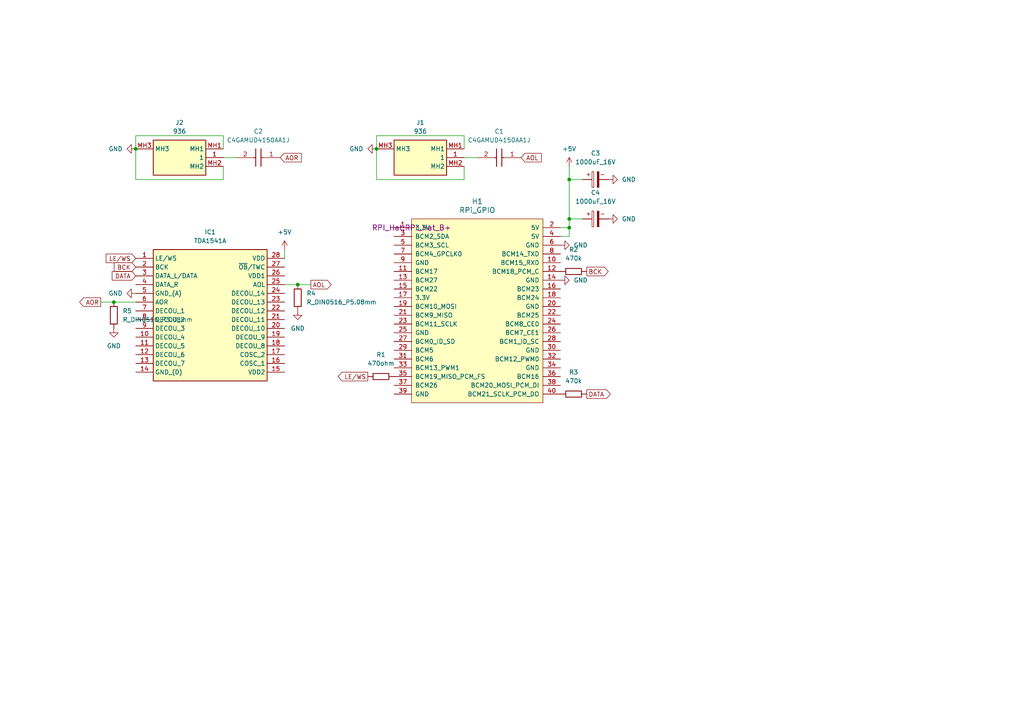
<source format=kicad_sch>
(kicad_sch (version 20231120) (generator "eeschema") (generator_version "8.0")
  (paper "A4")
  (lib_symbols
    (symbol "PCM_Resistor_AKL:R_DIN0516_P5.08mm" (pin_numbers hide) (pin_names (offset 0))
      (property "Reference" "R" (at 2.54 1.27 0))
      (property "Value" "R_DIN0516_P5.08mm" (at 2.54 -1.27 0))
      (symbol "R_DIN0516_P5.08mm_0_1"
        (rectangle (start -1.016 2.54) (end 1.016 -2.54) (stroke (width 0.254)))
      )
      (symbol "R_DIN0516_P5.08mm_0_2"
        (polyline (pts (xy -2.54 -2.54) (xy -1.524 -1.524)))
        (polyline (pts (xy 1.524 1.524) (xy 2.54 2.54)))
        (polyline (pts (xy 1.524 1.524) (xy 0.889 2.159) (xy -2.159 -0.889) (xy -0.889 -2.159) (xy 2.159 0.889) (xy 1.524 1.524)) (stroke (width 0.254)))
      )
      (symbol "R_DIN0516_P5.08mm_1_1"
        (pin passive line (at 0 3.81 270) (length 1.27) (name "~") (number "1"))
        (pin passive line (at 0 -3.81 90) (length 1.27) (name "~") (number "2"))
      )
      (symbol "R_DIN0516_P5.08mm_1_2"
        (pin passive line (at 2.54 2.54 180) (length 0) (name "") (number "1"))
        (pin passive line (at -2.54 -2.54 0) (length 0) (name "") (number "2"))
      )
    )
    (symbol "PCM_SL_Capacitors:1000uF_16V"
      (property "Reference" "C" (at 0 7.62 0))
      (property "Value" "1000uF_16V" (at 0 5.08 0))
      (symbol "1000uF_16V_0_0"
        (text "+" (at -2.032 1.524 0) (effects (font (size 1.27 1.27))))
        (text "-" (at 2.032 1.524 0) (effects (font (size 1.27 1.27))))
      )
      (symbol "1000uF_16V_0_1"
        (rectangle (start -1.016 -2.286) (end -0.508 2.286))
        (rectangle (start 0.508 -2.286) (end 1.016 2.286) (fill (type outline)))
      )
      (symbol "1000uF_16V_1_1"
        (pin passive line (at -3.81 0 0) (length 2.7) (name "~") (number "1"))
        (pin input line (at 3.81 0 180) (length 2.7) (name "~") (number "2"))
      )
    )
    (symbol "PCM_SL_Resistors:470k"
      (property "Reference" "R" (at 0 5.08 0))
      (property "Value" "470k" (at 0 2.54 0))
      (symbol "470k_0_1"
        (rectangle (start -2.286 0.889) (end 2.286 -0.889) (stroke (width 0.24)))
      )
      (symbol "470k_1_1"
        (pin passive line (at -3.81 0 0) (length 1.5) (name "") (number "1"))
        (pin passive line (at 3.81 0 180) (length 1.5) (name "~") (number "2"))
      )
    )
    (symbol "PCM_SL_Resistors:470ohm"
      (property "Reference" "R" (at 0 5.08 0))
      (property "Value" "470ohm" (at 0 2.54 0))
      (symbol "470ohm_0_1"
        (rectangle (start -2.286 0.889) (end 2.286 -0.889) (stroke (width 0.24)))
      )
      (symbol "470ohm_1_1"
        (pin passive line (at -3.81 0 0) (length 1.5) (name "") (number "1"))
        (pin passive line (at 3.81 0 180) (length 1.5) (name "~") (number "2"))
      )
    )
    (symbol "RPi_Hat:RPi_GPIO" (pin_names (offset 1.016))
      (property "Reference" "H" (at 19.05 6.35 0))
      (property "Value" "RPi_GPIO" (at 19.05 3.81 0))
      (property "Footprint" "RPI_Hat:RPI_Hat_B+" (at 0 0 0))
      (symbol "RPi_GPIO_1_1"
        (rectangle (start 0 2.54) (end 38.1 -50.8) (fill (type background)))
        (pin power_in line (at -5.08 0 0) (length 5.08) (name "3.3V") (number "1"))
        (pin bidirectional line (at 43.18 -10.16 180) (length 5.08) (name "BCM15_RXD") (number "10"))
        (pin bidirectional line (at -5.08 -12.7 0) (length 5.08) (name "BCM17") (number "11"))
        (pin bidirectional line (at 43.18 -12.7 180) (length 5.08) (name "BCM18_PCM_C") (number "12"))
        (pin bidirectional line (at -5.08 -15.24 0) (length 5.08) (name "BCM27") (number "13"))
        (pin power_in line (at 43.18 -15.24 180) (length 5.08) (name "GND") (number "14"))
        (pin bidirectional line (at -5.08 -17.78 0) (length 5.08) (name "BCM22") (number "15"))
        (pin bidirectional line (at 43.18 -17.78 180) (length 5.08) (name "BCM23") (number "16"))
        (pin power_in line (at -5.08 -20.32 0) (length 5.08) (name "3.3V") (number "17"))
        (pin bidirectional line (at 43.18 -20.32 180) (length 5.08) (name "BCM24") (number "18"))
        (pin bidirectional line (at -5.08 -22.86 0) (length 5.08) (name "BCM10_MOSI") (number "19"))
        (pin power_in line (at 43.18 0 180) (length 5.08) (name "5V") (number "2"))
        (pin power_in line (at 43.18 -22.86 180) (length 5.08) (name "GND") (number "20"))
        (pin bidirectional line (at -5.08 -25.4 0) (length 5.08) (name "BCM9_MISO") (number "21"))
        (pin bidirectional line (at 43.18 -25.4 180) (length 5.08) (name "BCM25") (number "22"))
        (pin bidirectional line (at -5.08 -27.94 0) (length 5.08) (name "BCM11_SCLK") (number "23"))
        (pin bidirectional line (at 43.18 -27.94 180) (length 5.08) (name "BCM8_CE0") (number "24"))
        (pin power_in line (at -5.08 -30.48 0) (length 5.08) (name "GND") (number "25"))
        (pin bidirectional line (at 43.18 -30.48 180) (length 5.08) (name "BCM7_CE1") (number "26"))
        (pin bidirectional line (at -5.08 -33.02 0) (length 5.08) (name "BCM0_ID_SD") (number "27"))
        (pin bidirectional line (at 43.18 -33.02 180) (length 5.08) (name "BCM1_ID_SC") (number "28"))
        (pin bidirectional line (at -5.08 -35.56 0) (length 5.08) (name "BCM5") (number "29"))
        (pin bidirectional line (at -5.08 -2.54 0) (length 5.08) (name "BCM2_SDA") (number "3"))
        (pin power_in line (at 43.18 -35.56 180) (length 5.08) (name "GND") (number "30"))
        (pin bidirectional line (at -5.08 -38.1 0) (length 5.08) (name "BCM6") (number "31"))
        (pin bidirectional line (at 43.18 -38.1 180) (length 5.08) (name "BCM12_PWM0") (number "32"))
        (pin bidirectional line (at -5.08 -40.64 0) (length 5.08) (name "BCM13_PWM1") (number "33"))
        (pin power_in line (at 43.18 -40.64 180) (length 5.08) (name "GND") (number "34"))
        (pin bidirectional line (at -5.08 -43.18 0) (length 5.08) (name "BCM19_MISO_PCM_FS") (number "35"))
        (pin bidirectional line (at 43.18 -43.18 180) (length 5.08) (name "BCM16") (number "36"))
        (pin bidirectional line (at -5.08 -45.72 0) (length 5.08) (name "BCM26") (number "37"))
        (pin bidirectional line (at 43.18 -45.72 180) (length 5.08) (name "BCM20_MOSI_PCM_DI") (number "38"))
        (pin power_in line (at -5.08 -48.26 0) (length 5.08) (name "GND") (number "39"))
        (pin power_in line (at 43.18 -2.54 180) (length 5.08) (name "5V") (number "4"))
        (pin bidirectional line (at 43.18 -48.26 180) (length 5.08) (name "BCM21_SCLK_PCM_DO") (number "40"))
        (pin bidirectional line (at -5.08 -5.08 0) (length 5.08) (name "BCM3_SCL") (number "5"))
        (pin power_in line (at 43.18 -5.08 180) (length 5.08) (name "GND") (number "6"))
        (pin bidirectional line (at -5.08 -7.62 0) (length 5.08) (name "BCM4_GPCLK0") (number "7"))
        (pin bidirectional line (at 43.18 -7.62 180) (length 5.08) (name "BCM14_TXD") (number "8"))
        (pin power_in line (at -5.08 -10.16 0) (length 5.08) (name "GND") (number "9"))
      )
    )
    (symbol "SamacSys_Parts:936"
      (property "Reference" "J" (at 21.59 7.62 0))
      (property "Value" "936" (at 21.59 5.08 0))
      (symbol "936_1_1"
        (rectangle (start 5.08 2.54) (end 20.32 -7.62) (stroke (width 0.254)) (fill (type background)))
        (pin passive line (at 25.4 -2.54 180) (length 5.08) (name "1") (number "1"))
        (pin passive line (at 25.4 0 180) (length 5.08) (name "MH1") (number "MH1"))
        (pin passive line (at 25.4 -5.08 180) (length 5.08) (name "MH2") (number "MH2"))
        (pin passive line (at 0 0 0) (length 5.08) (name "MH3") (number "MH3"))
      )
    )
    (symbol "SamacSys_Parts:C4GAMUD4150AA1J" (pin_names hide)
      (property "Reference" "C" (at 8.89 6.35 0))
      (property "Value" "C4GAMUD4150AA1J" (at 8.89 3.81 0))
      (symbol "C4GAMUD4150AA1J_1_1"
        (polyline (pts (xy 5.08 0) (xy 5.588 0)) (stroke (width 0.254)))
        (polyline (pts (xy 5.588 2.54) (xy 5.588 -2.54)) (stroke (width 0.254)))
        (polyline (pts (xy 7.112 0) (xy 7.62 0)) (stroke (width 0.254)))
        (polyline (pts (xy 7.112 2.54) (xy 7.112 -2.54)) (stroke (width 0.254)))
        (pin passive line (at 0 0 0) (length 5.08) (name "+") (number "1"))
        (pin passive line (at 12.7 0 180) (length 5.08) (name "-") (number "2"))
      )
    )
    (symbol "SamacSys_Parts:TDA1541A"
      (property "Reference" "IC" (at 39.37 7.62 0))
      (property "Value" "TDA1541A" (at 39.37 5.08 0))
      (symbol "TDA1541A_1_1"
        (rectangle (start 5.08 2.54) (end 38.1 -35.56) (stroke (width 0.254)) (fill (type background)))
        (pin passive line (at 0 0 0) (length 5.08) (name "LE/WS") (number "1"))
        (pin passive line (at 0 -22.86 0) (length 5.08) (name "DECOU_4") (number "10"))
        (pin passive line (at 0 -25.4 0) (length 5.08) (name "DECOU_5") (number "11"))
        (pin passive line (at 0 -27.94 0) (length 5.08) (name "DECOU_6") (number "12"))
        (pin passive line (at 0 -30.48 0) (length 5.08) (name "DECOU_7") (number "13"))
        (pin passive line (at 0 -33.02 0) (length 5.08) (name "GND_(D)") (number "14"))
        (pin passive line (at 43.18 -33.02 180) (length 5.08) (name "VDD2") (number "15"))
        (pin passive line (at 43.18 -30.48 180) (length 5.08) (name "COSC_1") (number "16"))
        (pin passive line (at 43.18 -27.94 180) (length 5.08) (name "COSC_2") (number "17"))
        (pin passive line (at 43.18 -25.4 180) (length 5.08) (name "DECOU_8") (number "18"))
        (pin passive line (at 43.18 -22.86 180) (length 5.08) (name "DECOU_9") (number "19"))
        (pin passive line (at 0 -2.54 0) (length 5.08) (name "BCK") (number "2"))
        (pin passive line (at 43.18 -20.32 180) (length 5.08) (name "DECOU_10") (number "20"))
        (pin passive line (at 43.18 -17.78 180) (length 5.08) (name "DECOU_11") (number "21"))
        (pin passive line (at 43.18 -15.24 180) (length 5.08) (name "DECOU_12") (number "22"))
        (pin passive line (at 43.18 -12.7 180) (length 5.08) (name "DECOU_13") (number "23"))
        (pin passive line (at 43.18 -10.16 180) (length 5.08) (name "DECOU_14") (number "24"))
        (pin passive line (at 43.18 -7.62 180) (length 5.08) (name "AOL") (number "25"))
        (pin passive line (at 43.18 -5.08 180) (length 5.08) (name "VDD1") (number "26"))
        (pin passive line (at 43.18 -2.54 180) (length 5.08) (name "~{OB}/TWC") (number "27"))
        (pin passive line (at 43.18 0 180) (length 5.08) (name "VDD") (number "28"))
        (pin passive line (at 0 -5.08 0) (length 5.08) (name "DATA_L/DATA") (number "3"))
        (pin passive line (at 0 -7.62 0) (length 5.08) (name "DATA_R") (number "4"))
        (pin passive line (at 0 -10.16 0) (length 5.08) (name "GND_(A)") (number "5"))
        (pin passive line (at 0 -12.7 0) (length 5.08) (name "AOR") (number "6"))
        (pin passive line (at 0 -15.24 0) (length 5.08) (name "DECOU_1") (number "7"))
        (pin passive line (at 0 -17.78 0) (length 5.08) (name "DECOU_2") (number "8"))
        (pin passive line (at 0 -20.32 0) (length 5.08) (name "DECOU_3") (number "9"))
      )
    )
    (symbol "power:+5V" (power) (pin_numbers hide) (pin_names (offset 0) hide)
      (property "Value" "+5V" (at 0 3.556 0))
      (symbol "+5V_0_1"
        (polyline (pts (xy -0.762 1.27) (xy 0 2.54)))
        (polyline (pts (xy 0 0) (xy 0 2.54)))
        (polyline (pts (xy 0 2.54) (xy 0.762 1.27)))
      )
      (symbol "+5V_1_1"
        (pin power_in line (at 0 0 90) (length 0) (name "~") (number "1"))
      )
    )
    (symbol "power:GND" (power) (pin_numbers hide) (pin_names (offset 0) hide)
      (property "Value" "GND" (at 0 -3.81 0))
      (symbol "GND_0_1"
        (polyline (pts (xy 0 0) (xy 0 -1.27) (xy 1.27 -1.27) (xy 0 -2.54) (xy -1.27 -1.27) (xy 0 -1.27)))
      )
      (symbol "GND_1_1"
        (pin power_in line (at 0 0 270) (length 0) (name "~") (number "1"))
      )
    )
  )
  (junction (at 165.1 63.5))
  (junction (at 165.1 66.04))
  (junction (at 86.36 82.55))
  (junction (at 109.22 43.18))
  (junction (at 165.1 52.07))
  (junction (at 33.02 87.63))
  (junction (at 39.37 43.18))
  (wire (pts (xy 134.62 48.26) (xy 134.62 52.07)))
  (wire (pts (xy 33.02 87.63) (xy 39.37 87.63)))
  (wire (pts (xy 39.37 43.18) (xy 39.37 52.07)))
  (wire (pts (xy 165.1 48.26) (xy 165.1 52.07)))
  (wire (pts (xy 29.21 87.63) (xy 33.02 87.63)))
  (wire (pts (xy 165.1 68.58) (xy 165.1 66.04)))
  (wire (pts (xy 64.77 48.26) (xy 64.77 52.07)))
  (wire (pts (xy 168.91 52.07) (xy 165.1 52.07)))
  (wire (pts (xy 109.22 43.18) (xy 109.22 39.37)))
  (wire (pts (xy 165.1 52.07) (xy 165.1 63.5)))
  (wire (pts (xy 39.37 39.37) (xy 39.37 43.18)))
  (wire (pts (xy 162.56 68.58) (xy 165.1 68.58)))
  (wire (pts (xy 109.22 43.18) (xy 109.22 52.07)))
  (wire (pts (xy 165.1 63.5) (xy 165.1 66.04)))
  (wire (pts (xy 134.62 39.37) (xy 134.62 43.18)))
  (wire (pts (xy 68.58 45.72) (xy 64.77 45.72)))
  (wire (pts (xy 90.17 82.55) (xy 86.36 82.55)))
  (wire (pts (xy 64.77 43.18) (xy 64.77 39.37)))
  (wire (pts (xy 168.91 63.5) (xy 165.1 63.5)))
  (wire (pts (xy 162.56 66.04) (xy 165.1 66.04)))
  (wire (pts (xy 82.55 72.39) (xy 82.55 74.93)))
  (wire (pts (xy 86.36 82.55) (xy 82.55 82.55)))
  (wire (pts (xy 109.22 39.37) (xy 134.62 39.37)))
  (wire (pts (xy 39.37 52.07) (xy 64.77 52.07)))
  (wire (pts (xy 134.62 45.72) (xy 138.43 45.72)))
  (wire (pts (xy 64.77 39.37) (xy 39.37 39.37)))
  (wire (pts (xy 134.62 52.07) (xy 109.22 52.07)))
  (global_label "AOR" (shape output) (at 29.21 87.63 180) (property "Intersheetrefs" "${INTERSHEET_REFS}" (effects (hide yes))))
  (global_label "LE{slash}WS" (shape output) (at 106.68 109.22 180) (property "Intersheetrefs" "${INTERSHEET_REFS}" (effects (hide yes))))
  (global_label "AOL" (shape output) (at 90.17 82.55 0) (property "Intersheetrefs" "${INTERSHEET_REFS}" (effects (hide yes))))
  (global_label "AOL" (shape input) (at 151.13 45.72 0) (property "Intersheetrefs" "${INTERSHEET_REFS}" (effects (hide yes))))
  (global_label "DATA" (shape output) (at 170.18 114.3 0) (property "Intersheetrefs" "${INTERSHEET_REFS}" (effects (hide yes))))
  (global_label "BCK" (shape output) (at 170.18 78.74 0) (property "Intersheetrefs" "${INTERSHEET_REFS}" (effects (hide yes))))
  (global_label "BCK" (shape input) (at 39.37 77.47 180) (property "Intersheetrefs" "${INTERSHEET_REFS}" (effects (hide yes))))
  (global_label "LE{slash}WS" (shape input) (at 39.37 74.93 180) (property "Intersheetrefs" "${INTERSHEET_REFS}" (effects (hide yes))))
  (global_label "DATA" (shape input) (at 39.37 80.01 180) (property "Intersheetrefs" "${INTERSHEET_REFS}" (effects (hide yes))))
  (global_label "AOR" (shape input) (at 81.28 45.72 0) (property "Intersheetrefs" "${INTERSHEET_REFS}" (effects (hide yes))))
  (symbol (lib_id "PCM_SL_Resistors:470ohm") (at 110.49 109.22 0) (unit 1)
    (property "Reference" "R1" (at 110.49 102.87 0))
    (property "Value" "470ohm" (at 110.49 105.41 0))
    (property "Footprint" "Resistor_THT:R_Axial_DIN0207_L6.3mm_D2.5mm_P10.16mm_Horizontal" (effects (hide yes)))
    (property "Description" "470Ω, 1/4W Resistor" (effects (hide yes)))
  )
  (symbol (lib_id "power:GND") (at 86.36 90.17 0) (unit 1)
    (property "Reference" "#PWR07" (effects (hide yes)))
    (property "Value" "GND" (at 86.36 95.25 0))
    (property "Description" "Power symbol creates a global label with name \"GND\" , ground" (effects (hide yes)))
  )
  (symbol (lib_id "PCM_SL_Resistors:470k") (at 166.37 78.74 180) (unit 1)
    (property "Reference" "R2" (at 166.37 72.39 0))
    (property "Value" "470k" (at 166.37 74.93 0))
    (property "Footprint" "Resistor_THT:R_Axial_DIN0207_L6.3mm_D2.5mm_P10.16mm_Horizontal" (effects (hide yes)))
    (property "Description" "470kΩ, 1/4W Resistor" (effects (hide yes)))
  )
  (symbol (lib_id "PCM_SL_Capacitors:1000uF_16V") (at 172.72 63.5 0) (unit 1)
    (property "Reference" "C4" (at 172.72 55.88 0))
    (property "Value" "1000uF_16V" (at 172.72 58.42 0))
    (property "Footprint" "Capacitor_THT:CP_Radial_D10.0mm_P5.00mm" (effects (hide yes)))
    (property "Description" "1000uF, 16V Electrolytic Capacitor" (effects (hide yes)))
  )
  (symbol (lib_id "PCM_Resistor_AKL:R_DIN0516_P5.08mm") (at 86.36 86.36 0) (unit 1)
    (property "Reference" "R4" (at 88.9 85.0899 0) (effects (justify left)))
    (property "Value" "R_DIN0516_P5.08mm" (at 88.9 87.6299 0) (effects (justify left)))
    (property "Footprint" "PCM_Resistor_THT_AKL:R_Axial_DIN0516_L15.5mm_D5.0mm_P5.08mm_Vertical" (effects (hide yes)))
    (property "Description" "THT 0516 Resistor, 5.08mm Pin Pitch, European Symbol, Alternate KiCad Library" (effects (hide yes)))
  )
  (symbol (lib_id "PCM_SL_Capacitors:1000uF_16V") (at 172.72 52.07 0) (unit 1)
    (property "Reference" "C3" (at 172.72 44.45 0))
    (property "Value" "1000uF_16V" (at 172.72 46.99 0))
    (property "Footprint" "Capacitor_THT:CP_Radial_D10.0mm_P5.00mm" (effects (hide yes)))
    (property "Description" "1000uF, 16V Electrolytic Capacitor" (effects (hide yes)))
  )
  (symbol (lib_id "SamacSys_Parts:TDA1541A") (at 39.37 74.93 0) (unit 1)
    (property "Reference" "IC1" (at 60.96 67.31 0))
    (property "Value" "TDA1541A" (at 60.96 69.85 0))
    (property "Footprint" "DIP1652W53P254L3550H510Q28N" (effects (hide yes)))
    (property "Datasheet" "http://lampizator.eu/LAMPIZATOR/LINKS%20AND%20DOWNLOADS/DATAMINING/tda%201541A.pdf" (effects (hide yes)))
    (property "Description" "Stereo high performance 16-bit DAC" (effects (hide yes)))
    (property "Height" "5.1" (effects (hide yes)))
    (property "Manufacturer_Name" "NXP" (effects (hide yes)))
    (property "Manufacturer_Part_Number" "TDA1541A" (effects (hide yes)))
  )
  (symbol (lib_id "power:GND") (at 176.53 52.07 90) (unit 1)
    (property "Reference" "#PWR011" (effects (hide yes)))
    (property "Value" "GND" (at 180.34 52.0699 90) (effects (justify right)))
    (property "Description" "Power symbol creates a global label with name \"GND\" , ground" (effects (hide yes)))
  )
  (symbol (lib_id "power:GND") (at 39.37 85.09 270) (unit 1)
    (property "Reference" "#PWR09" (effects (hide yes)))
    (property "Value" "GND" (at 35.56 85.0899 90) (effects (justify right)))
    (property "Description" "Power symbol creates a global label with name \"GND\" , ground" (effects (hide yes)))
  )
  (symbol (lib_id "SamacSys_Parts:936") (at 109.22 43.18 0) (unit 1)
    (property "Reference" "J1" (at 121.92 35.56 0))
    (property "Value" "936" (at 121.92 38.1 0))
    (property "Footprint" "936" (effects (hide yes)))
    (property "Datasheet" "https://www.keyelco.com/product-pdf.cfm?p=3142" (effects (hide yes)))
    (property "Description" "RCA Phono Connectors WH Snapfit 90deg PC Gold Plate .571x.465" (effects (hide yes)))
    (property "Height" "12.06" (effects (hide yes)))
    (property "Manufacturer_Name" "Keystone Electronics" (effects (hide yes)))
    (property "Manufacturer_Part_Number" "936" (effects (hide yes)))
    (property "Allied_Number" "70833968" (effects (hide yes)))
  )
  (symbol (lib_id "SamacSys_Parts:936") (at 39.37 43.18 0) (unit 1)
    (property "Reference" "J2" (at 52.07 35.56 0))
    (property "Value" "936" (at 52.07 38.1 0))
    (property "Footprint" "936" (effects (hide yes)))
    (property "Datasheet" "https://www.keyelco.com/product-pdf.cfm?p=3142" (effects (hide yes)))
    (property "Description" "RCA Phono Connectors WH Snapfit 90deg PC Gold Plate .571x.465" (effects (hide yes)))
    (property "Height" "12.06" (effects (hide yes)))
    (property "Manufacturer_Name" "Keystone Electronics" (effects (hide yes)))
    (property "Manufacturer_Part_Number" "936" (effects (hide yes)))
    (property "Allied_Number" "70833968" (effects (hide yes)))
  )
  (symbol (lib_id "power:GND") (at 162.56 81.28 90) (unit 1)
    (property "Reference" "#PWR03" (effects (hide yes)))
    (property "Value" "GND" (at 166.37 81.2799 90) (effects (justify right)))
    (property "Description" "Power symbol creates a global label with name \"GND\" , ground" (effects (hide yes)))
  )
  (symbol (lib_id "power:GND") (at 109.22 43.18 270) (unit 1)
    (property "Reference" "#PWR05" (effects (hide yes)))
    (property "Value" "GND" (at 105.41 43.1799 90) (effects (justify right)))
    (property "Description" "Power symbol creates a global label with name \"GND\" , ground" (effects (hide yes)))
  )
  (symbol (lib_id "power:+5V") (at 165.1 48.26 0) (unit 1)
    (property "Reference" "#PWR01" (effects (hide yes)))
    (property "Value" "+5V" (at 165.1 43.18 0))
    (property "Description" "Power symbol creates a global label with name \"+5V\"" (effects (hide yes)))
  )
  (symbol (lib_id "SamacSys_Parts:C4GAMUD4150AA1J") (at 81.28 45.72 180) (unit 1)
    (property "Reference" "C2" (at 74.93 38.1 0))
    (property "Value" "C4GAMUD4150AA1J" (at 74.93 40.64 0))
    (property "Footprint" "CAPPA14200W120L4400D2450" (effects (hide yes)))
    (property "Datasheet" "https://content.kemet.com/datasheets/KEM_F3040_C4G_AXIAL.pdf" (effects (hide yes)))
    (property "Description" "C4G, Film, Metallized Polypropylene, Power, 1.5 uF, 5%, 450 VAC, 850 VDC, 85C, -40C, 70C, 0.05 % , 140 V/us, 19 g, 24.5mm, 44mm, 40mm, 1.2mm, 70" (effects (hide yes)))
    (property "RS Part Number" "3847846" (effects (hide yes)))
    (property "RS Price/Stock" "https://uk.rs-online.com/web/p/products/3847846" (effects (hide yes)))
    (property "Manufacturer_Name" "KEMET" (effects (hide yes)))
    (property "Manufacturer_Part_Number" "C4GAMUD4150AA1J" (effects (hide yes)))
  )
  (symbol (lib_id "RPi_Hat:RPi_GPIO") (at 119.38 66.04 0) (unit 1)
    (property "Reference" "H1" (at 138.43 58.42 0) (effects (font (size 1.524 1.524))))
    (property "Value" "RPi_GPIO" (at 138.43 60.96 0) (effects (font (size 1.524 1.524))))
    (property "Footprint" "RPI_Hat:RPI_Hat_B+" (at 119.38 66.04 0) (effects (font (size 1.524 1.524))))
  )
  (symbol (lib_id "PCM_Resistor_AKL:R_DIN0516_P5.08mm") (at 33.02 91.44 0) (unit 1)
    (property "Reference" "R5" (at 35.56 90.1699 0) (effects (justify left)))
    (property "Value" "R_DIN0516_P5.08mm" (at 35.56 92.7099 0) (effects (justify left)))
    (property "Footprint" "PCM_Resistor_THT_AKL:R_Axial_DIN0516_L15.5mm_D5.0mm_P5.08mm_Vertical" (effects (hide yes)))
    (property "Description" "THT 0516 Resistor, 5.08mm Pin Pitch, European Symbol, Alternate KiCad Library" (effects (hide yes)))
  )
  (symbol (lib_id "power:GND") (at 33.02 95.25 0) (unit 1)
    (property "Reference" "#PWR08" (effects (hide yes)))
    (property "Value" "GND" (at 33.02 100.33 0))
    (property "Description" "Power symbol creates a global label with name \"GND\" , ground" (effects (hide yes)))
  )
  (symbol (lib_id "PCM_SL_Resistors:470k") (at 166.37 114.3 180) (unit 1)
    (property "Reference" "R3" (at 166.37 107.95 0))
    (property "Value" "470k" (at 166.37 110.49 0))
    (property "Footprint" "Resistor_THT:R_Axial_DIN0207_L6.3mm_D2.5mm_P10.16mm_Horizontal" (effects (hide yes)))
    (property "Description" "470kΩ, 1/4W Resistor" (effects (hide yes)))
  )
  (symbol (lib_id "power:GND") (at 39.37 43.18 270) (unit 1)
    (property "Reference" "#PWR04" (effects (hide yes)))
    (property "Value" "GND" (at 35.56 43.1799 90) (effects (justify right)))
    (property "Description" "Power symbol creates a global label with name \"GND\" , ground" (effects (hide yes)))
  )
  (symbol (lib_id "power:GND") (at 176.53 63.5 90) (unit 1)
    (property "Reference" "#PWR012" (effects (hide yes)))
    (property "Value" "GND" (at 180.34 63.4999 90) (effects (justify right)))
    (property "Description" "Power symbol creates a global label with name \"GND\" , ground" (effects (hide yes)))
  )
  (symbol (lib_id "SamacSys_Parts:C4GAMUD4150AA1J") (at 151.13 45.72 180) (unit 1)
    (property "Reference" "C1" (at 144.78 38.1 0))
    (property "Value" "C4GAMUD4150AA1J" (at 144.78 40.64 0))
    (property "Footprint" "CAPPA14200W120L4400D2450" (effects (hide yes)))
    (property "Datasheet" "https://content.kemet.com/datasheets/KEM_F3040_C4G_AXIAL.pdf" (effects (hide yes)))
    (property "Description" "C4G, Film, Metallized Polypropylene, Power, 1.5 uF, 5%, 450 VAC, 850 VDC, 85C, -40C, 70C, 0.05 % , 140 V/us, 19 g, 24.5mm, 44mm, 40mm, 1.2mm, 70" (effects (hide yes)))
    (property "RS Part Number" "3847846" (effects (hide yes)))
    (property "RS Price/Stock" "https://uk.rs-online.com/web/p/products/3847846" (effects (hide yes)))
    (property "Manufacturer_Name" "KEMET" (effects (hide yes)))
    (property "Manufacturer_Part_Number" "C4GAMUD4150AA1J" (effects (hide yes)))
  )
  (symbol (lib_id "power:+5V") (at 82.55 72.39 0) (unit 1)
    (property "Reference" "#PWR06" (effects (hide yes)))
    (property "Value" "+5V" (at 82.55 67.31 0))
    (property "Description" "Power symbol creates a global label with name \"+5V\"" (effects (hide yes)))
  )
  (symbol (lib_id "power:GND") (at 162.56 71.12 90) (unit 1)
    (property "Reference" "#PWR02" (effects (hide yes)))
    (property "Value" "GND" (at 166.37 71.1199 90) (effects (justify right)))
    (property "Description" "Power symbol creates a global label with name \"GND\" , ground" (effects (hide yes)))
  )
)
</source>
